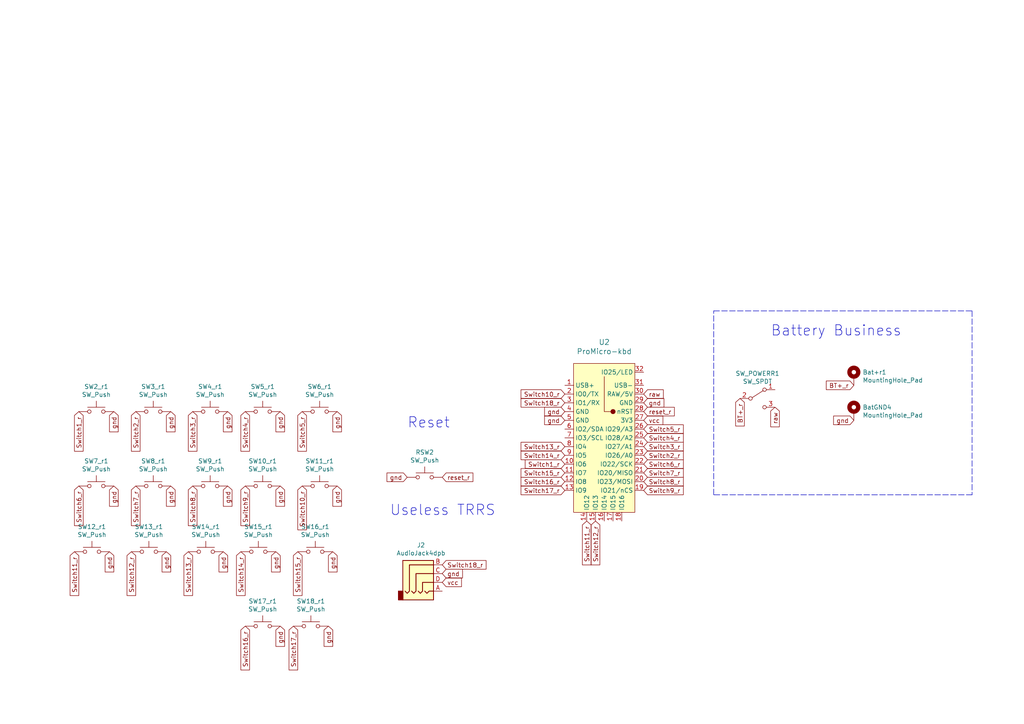
<source format=kicad_sch>
(kicad_sch (version 20211123) (generator eeschema)
  (paper "A4")
  (title_block (title "Sweep V2") (date "2021-03-10") (rev "0.1") (company "broomlabs"))
  (lib_symbols
    (symbol "Mechanical:MountingHole_Pad" (pin_numbers hide) (pin_names (offset 1.016) hide)
      (property "Reference" "H" (at 0 6.35 0))
      (property "Value" "MountingHole_Pad" (at 0 4.445 0))
      (symbol "MountingHole_Pad_0_1"
        (circle (center 0 1.27) (radius 1.27) (stroke (width 1.27)))
      )
      (symbol "MountingHole_Pad_1_1"
        (pin input line (at 0 -2.54 90) (length 2.54) (name "1") (number "1"))
      )
    )
    (symbol "Switch:SW_Push" (pin_numbers hide) (pin_names (offset 1.016) hide)
      (property "Reference" "SW" (at 1.27 2.54 0))
      (property "Value" "SW_Push" (at 0 -1.524 0))
      (symbol "SW_Push_0_1"
        (circle (center -2.032 0) (radius 0.508))
        (polyline (pts (xy 0 1.27) (xy 0 3.048)))
        (polyline (pts (xy 2.54 1.27) (xy -2.54 1.27)))
        (circle (center 2.032 0) (radius 0.508))
        (pin passive line (at -5.08 0 0) (length 2.54) (name "1") (number "1"))
        (pin passive line (at 5.08 0 180) (length 2.54) (name "2") (number "2"))
      )
    )
    (symbol "Switch:SW_SPDT" (pin_names (offset 0) hide)
      (property "Reference" "SW" (at 0 4.318 0))
      (property "Value" "SW_SPDT" (at 0 -5.08 0))
      (symbol "SW_SPDT_0_0"
        (circle (center -2.032 0) (radius 0.508))
        (circle (center 2.032 -2.54) (radius 0.508))
      )
      (symbol "SW_SPDT_0_1"
        (polyline (pts (xy -1.524 0.254) (xy 1.651 2.286)))
        (circle (center 2.032 2.54) (radius 0.508))
      )
      (symbol "SW_SPDT_1_1"
        (pin passive line (at 5.08 2.54 180) (length 2.54) (name "A") (number "1"))
        (pin passive line (at -5.08 0 0) (length 2.54) (name "B") (number "2"))
        (pin passive line (at 5.08 -2.54 180) (length 2.54) (name "C") (number "3"))
      )
    )
    (symbol "sea-picro:Sea-Picro-EXT"
      (property "Reference" "U" (at -7.62 26.67 0))
      (property "Value" "Sea-Picro-EXT" (at -1.27 24.13 0))
      (symbol "Sea-Picro-EXT_0_1"
        (rectangle (start -8.89 22.86) (end 8.89 -20.32) (fill (type background)))
        (polyline (pts (xy 1.905 8.89) (xy 0 8.89) (xy 0 19.05) (xy 0 19.05)))
        (circle (center 2.54 8.89) (radius 0.635) (fill (type outline)))
      )
      (symbol "Sea-Picro-EXT_1_1"
        (pin bidirectional line (at -11.43 16.51 0) (length 2.54) (name "USB+") (number "1"))
        (pin bidirectional line (at -11.43 -6.35 0) (length 2.54) (name "IO6") (number "10"))
        (pin bidirectional line (at -11.43 -8.89 0) (length 2.54) (name "IO7") (number "11"))
        (pin bidirectional line (at -11.43 -11.43 0) (length 2.54) (name "IO8") (number "12"))
        (pin bidirectional line (at -11.43 -13.97 0) (length 2.54) (name "IO9") (number "13"))
        (pin bidirectional line (at -5.08 -22.86 90) (length 2.54) (name "IO12") (number "14"))
        (pin bidirectional line (at -2.54 -22.86 90) (length 2.54) (name "IO13") (number "15"))
        (pin bidirectional line (at 0 -22.86 90) (length 2.54) (name "IO14") (number "16"))
        (pin bidirectional line (at 2.54 -22.86 90) (length 2.54) (name "IO15") (number "17"))
        (pin bidirectional line (at 5.08 -22.86 90) (length 2.54) (name "IO16") (number "18"))
        (pin bidirectional line (at 11.43 -13.97 180) (length 2.54) (name "IO21/nCS") (number "19"))
        (pin bidirectional line (at -11.43 13.97 0) (length 2.54) (name "IO0/TX") (number "2"))
        (pin bidirectional line (at 11.43 -11.43 180) (length 2.54) (name "IO23/MOSI") (number "20"))
        (pin bidirectional line (at 11.43 -8.89 180) (length 2.54) (name "IO20/MISO") (number "21"))
        (pin bidirectional line (at 11.43 -6.35 180) (length 2.54) (name "IO22/SCK") (number "22"))
        (pin bidirectional line (at 11.43 -3.81 180) (length 2.54) (name "IO26/A0") (number "23"))
        (pin bidirectional line (at 11.43 -1.27 180) (length 2.54) (name "IO27/A1") (number "24"))
        (pin bidirectional line (at 11.43 1.27 180) (length 2.54) (name "IO28/A2") (number "25"))
        (pin bidirectional line (at 11.43 3.81 180) (length 2.54) (name "IO29/A3") (number "26"))
        (pin power_out line (at 11.43 6.35 180) (length 2.54) (name "3V3") (number "27"))
        (pin bidirectional line (at 11.43 8.89 180) (length 2.54) (name "nRST") (number "28"))
        (pin power_in line (at 11.43 11.43 180) (length 2.54) (name "GND") (number "29"))
        (pin bidirectional line (at -11.43 11.43 0) (length 2.54) (name "IO1/RX") (number "3"))
        (pin power_in line (at 11.43 13.97 180) (length 2.54) (name "RAW/5V") (number "30"))
        (pin bidirectional line (at 11.43 16.51 180) (length 2.54) (name "USB-") (number "31"))
        (pin bidirectional line (at 11.43 20.32 180) (length 2.54) (name "IO25/LED") (number "32"))
        (pin power_in line (at -11.43 8.89 0) (length 2.54) (name "GND") (number "4"))
        (pin power_in line (at -11.43 6.35 0) (length 2.54) (name "GND") (number "5"))
        (pin bidirectional line (at -11.43 3.81 0) (length 2.54) (name "IO2/SDA") (number "6"))
        (pin bidirectional line (at -11.43 1.27 0) (length 2.54) (name "IO3/SCL") (number "7"))
        (pin bidirectional line (at -11.43 -1.27 0) (length 2.54) (name "IO4") (number "8"))
        (pin bidirectional line (at -11.43 -3.81 0) (length 2.54) (name "IO5") (number "9"))
      )
    )
    (symbol "sweepv2-rescue:AudioJack4dpb-tokas_bp"
      (property "Reference" "J" (at 0 8.89 0))
      (property "Value" "AudioJack4dpb-tokas_bp" (at 0 6.35 0))
      (symbol "AudioJack4dpb-tokas_bp_0_1"
        (rectangle (start -6.35 -5.08) (end -7.62 -7.62) (stroke (width 0.254)) (fill (type outline)))
        (polyline (pts (xy 0 -5.08) (xy 0.635 -5.715) (xy 1.27 -5.08) (xy 2.54 -5.08)) (stroke (width 0.254)))
        (polyline (pts (xy -5.715 -5.08) (xy -5.08 -5.715) (xy -4.445 -5.08) (xy -4.445 2.54) (xy 2.54 2.54)) (stroke (width 0.254)))
        (polyline (pts (xy -1.905 -5.08) (xy -1.27 -5.715) (xy -0.635 -5.08) (xy -0.635 -2.54) (xy 2.54 -2.54)) (stroke (width 0.254)))
        (polyline (pts (xy 2.54 0) (xy -2.54 0) (xy -2.54 -5.08) (xy -3.175 -5.715) (xy -3.81 -5.08)) (stroke (width 0.254)))
        (rectangle (start 2.54 3.81) (end -6.35 -7.62) (stroke (width 0.254)) (fill (type background)))
      )
      (symbol "AudioJack4dpb-tokas_bp_1_1"
        (pin passive line (at 5.08 -5.08 180) (length 2.54) (name "~") (number "A"))
        (pin passive line (at 5.08 2.54 180) (length 2.54) (name "~") (number "B"))
        (pin passive line (at 5.08 0 180) (length 2.54) (name "~") (number "C"))
        (pin passive line (at 5.08 -2.54 180) (length 2.54) (name "~") (number "D"))
      )
    )
  )
  (polyline (pts (xy 207.01 90.17) (xy 281.94 90.17)))
  (polyline (pts (xy 281.94 143.51) (xy 207.01 143.51)))
  (polyline (pts (xy 281.94 90.17) (xy 281.94 143.51)))
  (polyline (pts (xy 207.01 143.51) (xy 207.01 90.17)))
  (text "Useless TRRS\n" (at 113.03 149.86 0) (effects (font (size 2.9972 2.9972)) (justify left bottom)))
  (text "Reset" (at 118.11 124.46 0) (effects (font (size 2.9972 2.9972)) (justify left bottom)))
  (text "Battery Business" (at 223.52 97.79 0) (effects (font (size 2.9972 2.9972)) (justify left bottom)))
  (global_label "Switch1_r" (shape input) (at 22.86 119.38 270) (property "Intersheet References" "${INTERSHEET_REFS}" (effects hide)))
  (global_label "gnd" (shape input) (at 163.83 119.38 180) (property "Intersheet References" "${INTERSHEET_REFS}" (effects hide)))
  (global_label "reset_r" (shape input) (at 186.69 119.38 0) (property "Intersheet References" "${INTERSHEET_REFS}" (effects hide)))
  (global_label "gnd" (shape input) (at 31.75 160.02 270) (property "Intersheet References" "${INTERSHEET_REFS}" (effects hide)))
  (global_label "gnd" (shape input) (at 81.28 119.38 270) (property "Intersheet References" "${INTERSHEET_REFS}" (effects hide)))
  (global_label "Switch18_r" (shape input) (at 128.27 163.83 0) (property "Intersheet References" "${INTERSHEET_REFS}" (effects hide)))
  (global_label "gnd" (shape input) (at 95.25 181.61 270) (property "Intersheet References" "${INTERSHEET_REFS}" (effects hide)))
  (global_label "Switch8_r" (shape input) (at 55.88 140.97 270) (property "Intersheet References" "${INTERSHEET_REFS}" (effects hide)))
  (global_label "Switch6_r" (shape input) (at 186.69 134.62 0) (property "Intersheet References" "${INTERSHEET_REFS}" (effects hide)))
  (global_label "gnd" (shape input) (at 81.28 140.97 270) (property "Intersheet References" "${INTERSHEET_REFS}" (effects hide)))
  (global_label "Switch9_r" (shape input) (at 186.69 142.24 0) (property "Intersheet References" "${INTERSHEET_REFS}" (effects hide)))
  (global_label "vcc" (shape input) (at 128.27 168.91 0) (property "Intersheet References" "${INTERSHEET_REFS}" (effects hide)))
  (global_label "Switch1_r" (shape input) (at 163.83 134.62 180) (property "Intersheet References" "${INTERSHEET_REFS}" (effects hide)))
  (global_label "gnd" (shape input) (at 49.53 140.97 270) (property "Intersheet References" "${INTERSHEET_REFS}" (effects hide)))
  (global_label "gnd" (shape input) (at 66.04 140.97 270) (property "Intersheet References" "${INTERSHEET_REFS}" (effects hide)))
  (global_label "Switch15_r" (shape input) (at 163.83 137.16 180) (property "Intersheet References" "${INTERSHEET_REFS}" (effects hide)))
  (global_label "gnd" (shape input) (at 118.11 138.43 180) (property "Intersheet References" "${INTERSHEET_REFS}" (effects hide)))
  (global_label "gnd" (shape input) (at 186.69 116.84 0) (property "Intersheet References" "${INTERSHEET_REFS}" (effects hide)))
  (global_label "Switch8_r" (shape input) (at 186.69 139.7 0) (property "Intersheet References" "${INTERSHEET_REFS}" (effects hide)))
  (global_label "gnd" (shape input) (at 97.79 140.97 270) (property "Intersheet References" "${INTERSHEET_REFS}" (effects hide)))
  (global_label "raw" (shape input) (at 186.69 114.3 0) (property "Intersheet References" "${INTERSHEET_REFS}" (effects hide)))
  (global_label "Switch3_r" (shape input) (at 55.88 119.38 270) (property "Intersheet References" "${INTERSHEET_REFS}" (effects hide)))
  (global_label "Switch10_r" (shape input) (at 87.63 140.97 270) (property "Intersheet References" "${INTERSHEET_REFS}" (effects hide)))
  (global_label "Switch14_r" (shape input) (at 163.83 132.08 180) (property "Intersheet References" "${INTERSHEET_REFS}" (effects hide)))
  (global_label "Switch18_r" (shape input) (at 163.83 116.84 180) (property "Intersheet References" "${INTERSHEET_REFS}" (effects hide)))
  (global_label "Switch3_r" (shape input) (at 186.69 129.54 0) (property "Intersheet References" "${INTERSHEET_REFS}" (effects hide)))
  (global_label "Switch4_r" (shape input) (at 71.12 119.38 270) (property "Intersheet References" "${INTERSHEET_REFS}" (effects hide)))
  (global_label "reset_r" (shape input) (at 128.27 138.43 0) (property "Intersheet References" "${INTERSHEET_REFS}" (effects hide)))
  (global_label "gnd" (shape input) (at 80.01 160.02 270) (property "Intersheet References" "${INTERSHEET_REFS}" (effects hide)))
  (global_label "gnd" (shape input) (at 97.79 119.38 270) (property "Intersheet References" "${INTERSHEET_REFS}" (effects hide)))
  (global_label "Switch13_r" (shape input) (at 54.61 160.02 270) (property "Intersheet References" "${INTERSHEET_REFS}" (effects hide)))
  (global_label "gnd" (shape input) (at 33.02 119.38 270) (property "Intersheet References" "${INTERSHEET_REFS}" (effects hide)))
  (global_label "Switch4_r" (shape input) (at 186.69 127 0) (property "Intersheet References" "${INTERSHEET_REFS}" (effects hide)))
  (global_label "gnd" (shape input) (at 48.26 160.02 270) (property "Intersheet References" "${INTERSHEET_REFS}" (effects hide)))
  (global_label "Switch14_r" (shape input) (at 69.85 160.02 270) (property "Intersheet References" "${INTERSHEET_REFS}" (effects hide)))
  (global_label "Switch17_r" (shape input) (at 163.83 142.24 180) (property "Intersheet References" "${INTERSHEET_REFS}" (effects hide)))
  (global_label "Switch2_r" (shape input) (at 39.37 119.38 270) (property "Intersheet References" "${INTERSHEET_REFS}" (effects hide)))
  (global_label "Switch7_r" (shape input) (at 39.37 140.97 270) (property "Intersheet References" "${INTERSHEET_REFS}" (effects hide)))
  (global_label "Switch13_r" (shape input) (at 163.83 129.54 180) (property "Intersheet References" "${INTERSHEET_REFS}" (effects hide)))
  (global_label "Switch16_r" (shape input) (at 71.12 181.61 270) (property "Intersheet References" "${INTERSHEET_REFS}" (effects hide)))
  (global_label "gnd" (shape input) (at 96.52 160.02 270) (property "Intersheet References" "${INTERSHEET_REFS}" (effects hide)))
  (global_label "gnd" (shape input) (at 49.53 119.38 270) (property "Intersheet References" "${INTERSHEET_REFS}" (effects hide)))
  (global_label "Switch12_r" (shape input) (at 38.1 160.02 270) (property "Intersheet References" "${INTERSHEET_REFS}" (effects hide)))
  (global_label "Switch5_r" (shape input) (at 87.63 119.38 270) (property "Intersheet References" "${INTERSHEET_REFS}" (effects hide)))
  (global_label "gnd" (shape input) (at 33.02 140.97 270) (property "Intersheet References" "${INTERSHEET_REFS}" (effects hide)))
  (global_label "Switch2_r" (shape input) (at 186.69 132.08 0) (property "Intersheet References" "${INTERSHEET_REFS}" (effects hide)))
  (global_label "gnd" (shape input) (at 128.27 166.37 0) (property "Intersheet References" "${INTERSHEET_REFS}" (effects hide)))
  (global_label "Switch9_r" (shape input) (at 71.12 140.97 270) (property "Intersheet References" "${INTERSHEET_REFS}" (effects hide)))
  (global_label "Switch6_r" (shape input) (at 22.86 140.97 270) (property "Intersheet References" "${INTERSHEET_REFS}" (effects hide)))
  (global_label "Switch5_r" (shape input) (at 186.69 124.46 0) (property "Intersheet References" "${INTERSHEET_REFS}" (effects hide)))
  (global_label "Switch11_r" (shape input) (at 21.59 160.02 270) (property "Intersheet References" "${INTERSHEET_REFS}" (effects hide)))
  (global_label "gnd" (shape input) (at 66.04 119.38 270) (property "Intersheet References" "${INTERSHEET_REFS}" (effects hide)))
  (global_label "Switch17_r" (shape input) (at 85.09 181.61 270) (property "Intersheet References" "${INTERSHEET_REFS}" (effects hide)))
  (global_label "Switch12_r" (shape input) (at 172.72 151.13 270) (property "Intersheet References" "${INTERSHEET_REFS}" (effects hide)))
  (global_label "Switch10_r" (shape input) (at 163.83 114.3 180) (property "Intersheet References" "${INTERSHEET_REFS}" (effects hide)))
  (global_label "gnd" (shape input) (at 81.28 181.61 270) (property "Intersheet References" "${INTERSHEET_REFS}" (effects hide)))
  (global_label "Switch15_r" (shape input) (at 86.36 160.02 270) (property "Intersheet References" "${INTERSHEET_REFS}" (effects hide)))
  (global_label "Switch11_r" (shape input) (at 170.18 151.13 270) (property "Intersheet References" "${INTERSHEET_REFS}" (effects hide)))
  (global_label "gnd" (shape input) (at 64.77 160.02 270) (property "Intersheet References" "${INTERSHEET_REFS}" (effects hide)))
  (global_label "BT+_r" (shape input) (at 247.65 111.76 180) (property "Intersheet References" "${INTERSHEET_REFS}" (effects hide)))
  (global_label "Switch16_r" (shape input) (at 163.83 139.7 180) (property "Intersheet References" "${INTERSHEET_REFS}" (effects hide)))
  (global_label "raw" (shape input) (at 224.79 118.11 270) (property "Intersheet References" "${INTERSHEET_REFS}" (effects hide)))
  (global_label "vcc" (shape input) (at 186.69 121.92 0) (property "Intersheet References" "${INTERSHEET_REFS}" (effects hide)))
  (global_label "gnd" (shape input) (at 247.65 121.92 180) (property "Intersheet References" "${INTERSHEET_REFS}" (effects hide)))
  (global_label "Switch7_r" (shape input) (at 186.69 137.16 0) (property "Intersheet References" "${INTERSHEET_REFS}" (effects hide)))
  (global_label "BT+_r" (shape input) (at 214.63 115.57 270) (property "Intersheet References" "${INTERSHEET_REFS}" (effects hide)))
  (global_label "gnd" (shape input) (at 163.83 121.92 180) (property "Intersheet References" "${INTERSHEET_REFS}" (effects hide)))
  (symbol (lib_id "Switch:SW_Push") (at 27.94 119.38 0) (unit 1)
    (property "Reference" "SW2_r1" (at 27.94 112.141 0))
    (property "Value" "SW_Push" (at 27.94 114.4524 0))
    (property "Footprint" "Kailh:SW_PG1350_rev_DPB" (effects hide))
  )
  (symbol (lib_id "Switch:SW_Push") (at 44.45 119.38 0) (unit 1)
    (property "Reference" "SW3_r1" (at 44.45 112.141 0))
    (property "Value" "SW_Push" (at 44.45 114.4524 0))
    (property "Footprint" "Kailh:SW_PG1350_rev_DPB" (effects hide))
  )
  (symbol (lib_id "Switch:SW_Push") (at 60.96 119.38 0) (unit 1)
    (property "Reference" "SW4_r1" (at 60.96 112.141 0))
    (property "Value" "SW_Push" (at 60.96 114.4524 0))
    (property "Footprint" "Kailh:SW_PG1350_rev_DPB" (effects hide))
  )
  (symbol (lib_id "Switch:SW_Push") (at 76.2 119.38 0) (unit 1)
    (property "Reference" "SW5_r1" (at 76.2 112.141 0))
    (property "Value" "SW_Push" (at 76.2 114.4524 0))
    (property "Footprint" "Kailh:SW_PG1350_rev_DPB" (effects hide))
  )
  (symbol (lib_id "Switch:SW_Push") (at 92.71 119.38 0) (unit 1)
    (property "Reference" "SW6_r1" (at 92.71 112.141 0))
    (property "Value" "SW_Push" (at 92.71 114.4524 0))
    (property "Footprint" "Kailh:SW_PG1350_rev_DPB" (effects hide))
  )
  (symbol (lib_id "Switch:SW_Push") (at 76.2 181.61 0) (unit 1)
    (property "Reference" "SW17_r1" (at 76.2 174.371 0))
    (property "Value" "SW_Push" (at 76.2 176.6824 0))
    (property "Footprint" "Kailh:SW_PG1350_rev_DPB" (effects hide))
  )
  (symbol (lib_id "Switch:SW_Push") (at 90.17 181.61 0) (unit 1)
    (property "Reference" "SW18_r1" (at 90.17 174.371 0))
    (property "Value" "SW_Push" (at 90.17 176.6824 0))
    (property "Footprint" "Kailh:SW_PG1350_rev_DPB" (effects hide))
  )
  (symbol (lib_id "Switch:SW_Push") (at 27.94 140.97 0) (unit 1)
    (property "Reference" "SW7_r1" (at 27.94 133.731 0))
    (property "Value" "SW_Push" (at 27.94 136.0424 0))
    (property "Footprint" "Kailh:SW_PG1350_rev_DPB" (effects hide))
  )
  (symbol (lib_id "Switch:SW_Push") (at 44.45 140.97 0) (unit 1)
    (property "Reference" "SW8_r1" (at 44.45 133.731 0))
    (property "Value" "SW_Push" (at 44.45 136.0424 0))
    (property "Footprint" "Kailh:SW_PG1350_rev_DPB" (effects hide))
  )
  (symbol (lib_id "Switch:SW_Push") (at 60.96 140.97 0) (unit 1)
    (property "Reference" "SW9_r1" (at 60.96 133.731 0))
    (property "Value" "SW_Push" (at 60.96 136.0424 0))
    (property "Footprint" "Kailh:SW_PG1350_rev_DPB" (effects hide))
  )
  (symbol (lib_id "Switch:SW_Push") (at 76.2 140.97 0) (unit 1)
    (property "Reference" "SW10_r1" (at 76.2 133.731 0))
    (property "Value" "SW_Push" (at 76.2 136.0424 0))
    (property "Footprint" "Kailh:SW_PG1350_rev_DPB" (effects hide))
  )
  (symbol (lib_id "Switch:SW_Push") (at 92.71 140.97 0) (unit 1)
    (property "Reference" "SW11_r1" (at 92.71 133.731 0))
    (property "Value" "SW_Push" (at 92.71 136.0424 0))
    (property "Footprint" "Kailh:SW_PG1350_rev_DPB" (effects hide))
  )
  (symbol (lib_id "Switch:SW_Push") (at 26.67 160.02 0) (unit 1)
    (property "Reference" "SW12_r1" (at 26.67 152.781 0))
    (property "Value" "SW_Push" (at 26.67 155.0924 0))
    (property "Footprint" "Kailh:SW_PG1350_rev_DPB" (effects hide))
  )
  (symbol (lib_id "Switch:SW_Push") (at 43.18 160.02 0) (unit 1)
    (property "Reference" "SW13_r1" (at 43.18 152.781 0))
    (property "Value" "SW_Push" (at 43.18 155.0924 0))
    (property "Footprint" "Kailh:SW_PG1350_rev_DPB" (effects hide))
  )
  (symbol (lib_id "Switch:SW_Push") (at 59.69 160.02 0) (unit 1)
    (property "Reference" "SW14_r1" (at 59.69 152.781 0))
    (property "Value" "SW_Push" (at 59.69 155.0924 0))
    (property "Footprint" "Kailh:SW_PG1350_rev_DPB" (effects hide))
  )
  (symbol (lib_id "Switch:SW_Push") (at 74.93 160.02 0) (unit 1)
    (property "Reference" "SW15_r1" (at 74.93 152.781 0))
    (property "Value" "SW_Push" (at 74.93 155.0924 0))
    (property "Footprint" "Kailh:SW_PG1350_rev_DPB" (effects hide))
  )
  (symbol (lib_id "Switch:SW_Push") (at 91.44 160.02 0) (unit 1)
    (property "Reference" "SW16_r1" (at 91.44 152.781 0))
    (property "Value" "SW_Push" (at 91.44 155.0924 0))
    (property "Footprint" "Kailh:SW_PG1350_rev_DPB" (effects hide))
  )
  (symbol (lib_id "sea-picro:Sea-Picro-EXT") (at 175.26 128.27 0) (unit 1)
    (property "Reference" "U2" (at 175.26 99.2378 0) (effects (font (size 1.524 1.524))))
    (property "Value" "ProMicro-kbd" (at 175.26 101.9302 0) (effects (font (size 1.524 1.524))))
    (property "Footprint" "sea-picro:Sea-Picro_EXT_Through_Hole_Flipped" (effects hide))
  )
  (symbol (lib_id "Switch:SW_Push") (at 123.19 138.43 0) (unit 1)
    (property "Reference" "RSW2" (at 123.19 131.191 0))
    (property "Value" "SW_Push" (at 123.19 133.5024 0))
    (property "Footprint" "kbd:ResetSW" (effects hide))
  )
  (symbol (lib_id "sweepv2-rescue:AudioJack4dpb-tokas_bp") (at 123.19 166.37 0) (unit 1)
    (property "Reference" "J2" (at 122.0978 158.115 0))
    (property "Value" "AudioJack4dpb" (at 122.0978 160.4264 0))
    (property "Footprint" "kbd:MJ-4PP-9" (effects hide))
  )
  (symbol (lib_id "Switch:SW_SPDT") (at 219.71 115.57 0) (unit 1)
    (property "Reference" "SW_POWERR1" (at 219.71 108.331 0))
    (property "Value" "SW_SPDT" (at 219.71 110.6424 0))
    (property "Footprint" "Kailh:SPDT_C128955" (effects hide))
  )
  (symbol (lib_id "Mechanical:MountingHole_Pad") (at 247.65 109.22 0) (unit 1)
    (property "Reference" "Bat+r1" (at 250.19 107.9754 0) (effects (justify left)))
    (property "Value" "MountingHole_Pad" (at 250.19 110.2868 0) (effects (justify left)))
    (property "Footprint" "kbd:1pin_conn" (effects hide))
  )
  (symbol (lib_id "Mechanical:MountingHole_Pad") (at 247.65 119.38 0) (unit 1)
    (property "Reference" "BatGND4" (at 250.19 118.1354 0) (effects (justify left)))
    (property "Value" "MountingHole_Pad" (at 250.19 120.4468 0) (effects (justify left)))
    (property "Footprint" "kbd:1pin_conn" (effects hide))
  )
)
</source>
